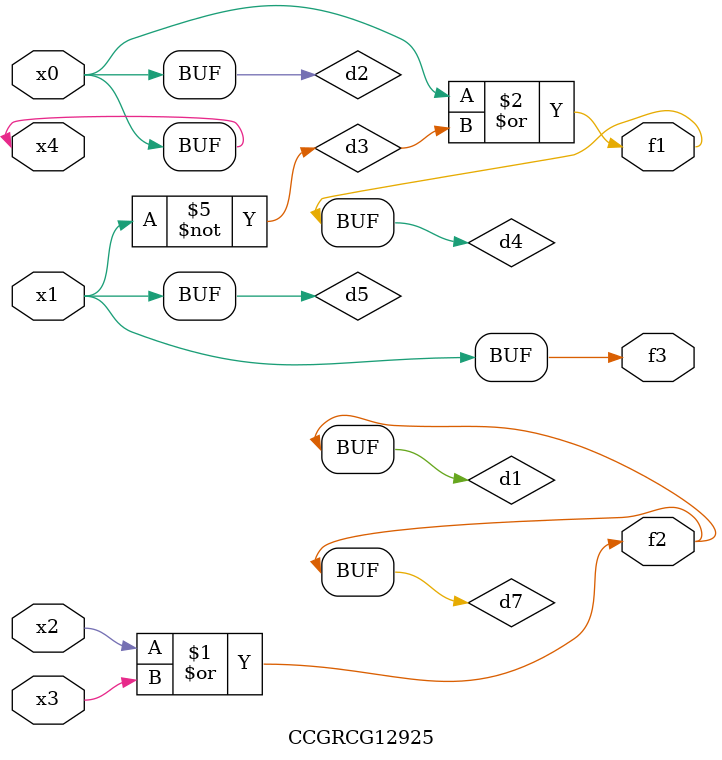
<source format=v>
module CCGRCG12925(
	input x0, x1, x2, x3, x4,
	output f1, f2, f3
);

	wire d1, d2, d3, d4, d5, d6, d7;

	or (d1, x2, x3);
	buf (d2, x0, x4);
	not (d3, x1);
	or (d4, d2, d3);
	not (d5, d3);
	nand (d6, d1, d3);
	or (d7, d1);
	assign f1 = d4;
	assign f2 = d7;
	assign f3 = d5;
endmodule

</source>
